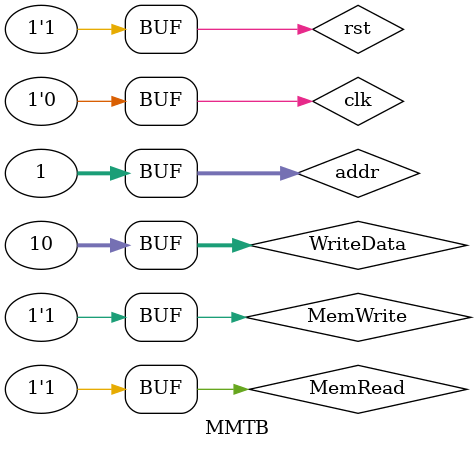
<source format=v>
module MEM( data,//Data can be  Instrc or Data
            addr, clk, rst, WriteData, MemRead, MemWrite);
  input clk, rst, MemRead, MemWrite;
  input [31:0] addr, WriteData;
  output reg [31:0] data;
  
  reg [31:0] memory [100:0];
  always @ (posedge clk or negedge rst)begin
    if (!rst) begin//initializing memory values
    // R type add $r1 and $r0 and store in $r3: 000100_00000_00001_00011_00000_000000
      memory[0] <= 32'b 00010000000000010001100000000000;//working OMFG
      // LW $r5, 5($r3) => saving 35+5 = 40 memory location data in $r5
      // 010000_00011_00101_0000000000000101
      memory[4] <= 32'b 01000000011001010000000000000101;
      // SW $r5, 9($r3) => saving 35+9 = 44 memory location data in $r5
      // 001000_00011_00101_0000000000001001
      memory[8] <= 32'b 00100000011001010000000000001001;
      //Branch true $r5, $r10, 5, 000010_00101_01010_0000000000000101
      memory[12] <= 32'b 00001000101010100000000000000101;
      //Jump to address 4 000001_0000000000000000000000001;
      memory[32] <= 32'b 00000100000000000000000000000001;
      memory[40] <= 'd 69;//Test data to load
      
      /*memory[4] <= 'd 2;
      memory[8] <= 'd 4;*/
    end
    
    else begin
      if (MemWrite)//writing into memory first then reading
        memory[addr] <= WriteData;
    end
  end
  
  always @ (*)//should give problem on reading same address but lez see
    if (MemRead)
      data = memory[addr];
endmodule

module MMTB;
  reg clk, rst, MemRead, MemWrite;
  reg [31:0] addr, WriteData;
  wire [31:0] data;
  
  MEM m( data, addr, clk, rst, WriteData, MemRead, MemWrite);
  
  initial
  begin
    MemRead = 0;
    MemWrite = 0;
    clk = 1;
    rst = 0;
    
    #50 clk = ~clk;
    
    //#50 clk = ~clk;
    
    #50
    rst = 1;
    MemWrite = 1;
    addr = 'd 5;
    WriteData = 'd 10;
    clk = ~clk;   
    
    #50
    clk = ~clk;
    
    #50
    addr = 1;
    MemRead = 1;
    
  end
endmodule
</source>
